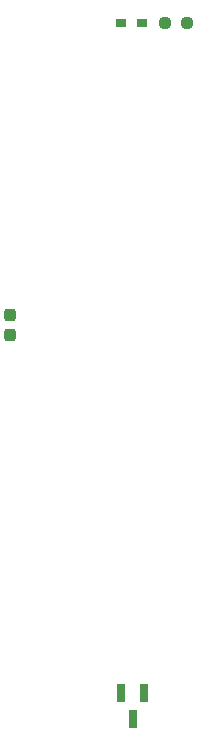
<source format=gbr>
G04 #@! TF.GenerationSoftware,KiCad,Pcbnew,8.0.4+dfsg-1*
G04 #@! TF.CreationDate,2025-03-02T15:34:24+09:00*
G04 #@! TF.ProjectId,bionic-tms9995,62696f6e-6963-42d7-946d-73393939352e,3*
G04 #@! TF.SameCoordinates,Original*
G04 #@! TF.FileFunction,Paste,Top*
G04 #@! TF.FilePolarity,Positive*
%FSLAX46Y46*%
G04 Gerber Fmt 4.6, Leading zero omitted, Abs format (unit mm)*
G04 Created by KiCad (PCBNEW 8.0.4+dfsg-1) date 2025-03-02 15:34:24*
%MOMM*%
%LPD*%
G01*
G04 APERTURE LIST*
G04 Aperture macros list*
%AMRoundRect*
0 Rectangle with rounded corners*
0 $1 Rounding radius*
0 $2 $3 $4 $5 $6 $7 $8 $9 X,Y pos of 4 corners*
0 Add a 4 corners polygon primitive as box body*
4,1,4,$2,$3,$4,$5,$6,$7,$8,$9,$2,$3,0*
0 Add four circle primitives for the rounded corners*
1,1,$1+$1,$2,$3*
1,1,$1+$1,$4,$5*
1,1,$1+$1,$6,$7*
1,1,$1+$1,$8,$9*
0 Add four rect primitives between the rounded corners*
20,1,$1+$1,$2,$3,$4,$5,0*
20,1,$1+$1,$4,$5,$6,$7,0*
20,1,$1+$1,$6,$7,$8,$9,0*
20,1,$1+$1,$8,$9,$2,$3,0*%
G04 Aperture macros list end*
%ADD10R,0.660400X1.625600*%
%ADD11R,0.965200X0.762000*%
%ADD12RoundRect,0.237500X-0.250000X-0.237500X0.250000X-0.237500X0.250000X0.237500X-0.250000X0.237500X0*%
%ADD13RoundRect,0.237500X0.237500X-0.300000X0.237500X0.300000X-0.237500X0.300000X-0.237500X-0.300000X0*%
G04 APERTURE END LIST*
D10*
X114650001Y-128293000D03*
X112749999Y-128293000D03*
X113700000Y-130425000D03*
D11*
X114449300Y-71524000D03*
X112696700Y-71524000D03*
D12*
X116470500Y-71524000D03*
X118295500Y-71524000D03*
D13*
X103336800Y-97938900D03*
X103336800Y-96213900D03*
M02*

</source>
